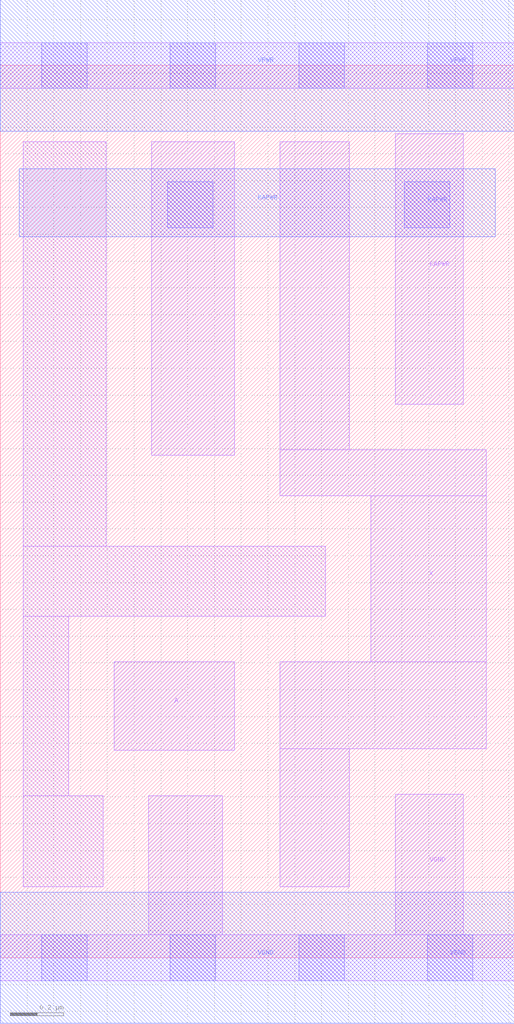
<source format=lef>
# Copyright 2020 The SkyWater PDK Authors
#
# Licensed under the Apache License, Version 2.0 (the "License");
# you may not use this file except in compliance with the License.
# You may obtain a copy of the License at
#
#     https://www.apache.org/licenses/LICENSE-2.0
#
# Unless required by applicable law or agreed to in writing, software
# distributed under the License is distributed on an "AS IS" BASIS,
# WITHOUT WARRANTIES OR CONDITIONS OF ANY KIND, either express or implied.
# See the License for the specific language governing permissions and
# limitations under the License.
#
# SPDX-License-Identifier: Apache-2.0

VERSION 5.7 ;
  NAMESCASESENSITIVE ON ;
  NOWIREEXTENSIONATPIN ON ;
  DIVIDERCHAR "/" ;
  BUSBITCHARS "[]" ;
UNITS
  DATABASE MICRONS 200 ;
END UNITS
MACRO sky130_fd_sc_lp__bufkapwr_2
  CLASS CORE ;
  SOURCE USER ;
  FOREIGN sky130_fd_sc_lp__bufkapwr_2 ;
  ORIGIN  0.000000  0.000000 ;
  SIZE  1.920000 BY  3.330000 ;
  SYMMETRY X Y ;
  SITE unit ;
  PIN A
    ANTENNAGATEAREA  0.252000 ;
    DIRECTION INPUT ;
    USE SIGNAL ;
    PORT
      LAYER li1 ;
        RECT 0.425000 0.775000 0.875000 1.105000 ;
    END
  END A
  PIN X
    ANTENNADIFFAREA  0.470400 ;
    DIRECTION OUTPUT ;
    USE SIGNAL ;
    PORT
      LAYER li1 ;
        RECT 1.045000 0.265000 1.305000 0.780000 ;
        RECT 1.045000 0.780000 1.815000 1.105000 ;
        RECT 1.045000 1.725000 1.815000 1.895000 ;
        RECT 1.045000 1.895000 1.305000 3.045000 ;
        RECT 1.385000 1.105000 1.815000 1.725000 ;
    END
  END X
  PIN KAPWR
    DIRECTION INOUT ;
    USE POWER ;
    PORT
      LAYER li1 ;
        RECT 0.565000 1.875000 0.875000 3.045000 ;
        RECT 1.475000 2.065000 1.730000 3.075000 ;
      LAYER mcon ;
        RECT 0.625000 2.725000 0.795000 2.895000 ;
        RECT 1.510000 2.725000 1.680000 2.895000 ;
      LAYER met1 ;
        RECT 0.070000 2.690000 1.850000 2.945000 ;
    END
  END KAPWR
  PIN VGND
    DIRECTION INOUT ;
    USE GROUND ;
    PORT
      LAYER li1 ;
        RECT 0.000000 -0.085000 1.920000 0.085000 ;
        RECT 0.555000  0.085000 0.830000 0.605000 ;
        RECT 1.475000  0.085000 1.730000 0.610000 ;
      LAYER mcon ;
        RECT 0.155000 -0.085000 0.325000 0.085000 ;
        RECT 0.635000 -0.085000 0.805000 0.085000 ;
        RECT 1.115000 -0.085000 1.285000 0.085000 ;
        RECT 1.595000 -0.085000 1.765000 0.085000 ;
      LAYER met1 ;
        RECT 0.000000 -0.245000 1.920000 0.245000 ;
    END
  END VGND
  PIN VPWR
    DIRECTION INOUT ;
    USE POWER ;
    PORT
      LAYER li1 ;
        RECT 0.000000 3.245000 1.920000 3.415000 ;
      LAYER mcon ;
        RECT 0.155000 3.245000 0.325000 3.415000 ;
        RECT 0.635000 3.245000 0.805000 3.415000 ;
        RECT 1.115000 3.245000 1.285000 3.415000 ;
        RECT 1.595000 3.245000 1.765000 3.415000 ;
      LAYER met1 ;
        RECT 0.000000 3.085000 1.920000 3.575000 ;
    END
  END VPWR
  OBS
    LAYER li1 ;
      RECT 0.085000 0.265000 0.385000 0.605000 ;
      RECT 0.085000 0.605000 0.255000 1.275000 ;
      RECT 0.085000 1.275000 1.215000 1.535000 ;
      RECT 0.085000 1.535000 0.395000 3.045000 ;
  END
END sky130_fd_sc_lp__bufkapwr_2

</source>
